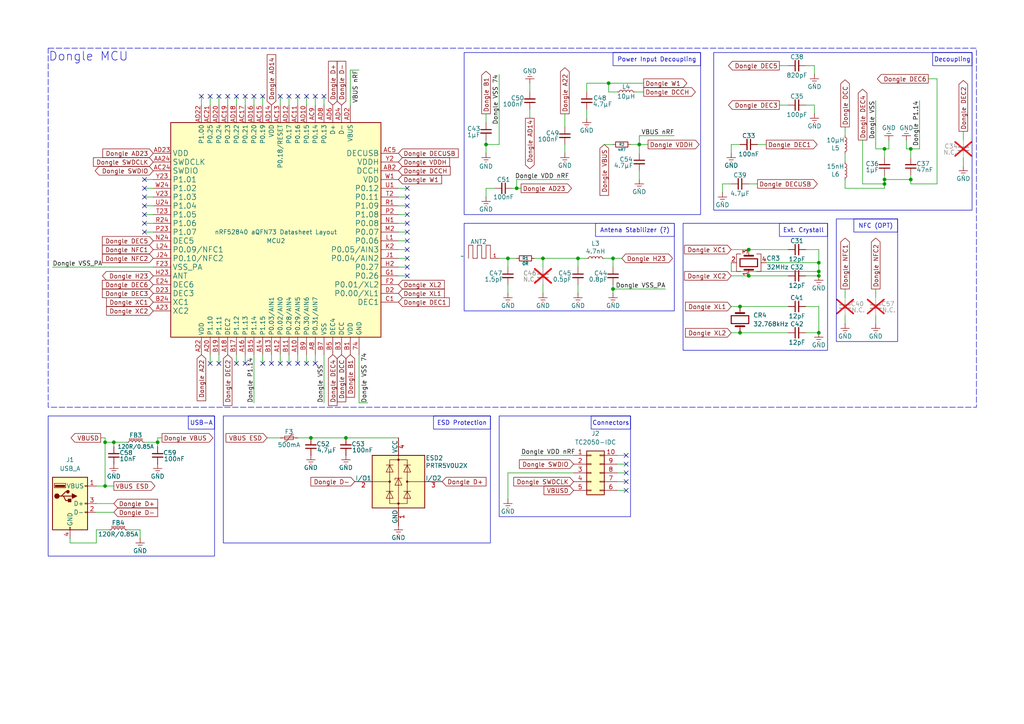
<source format=kicad_sch>
(kicad_sch (version 20231120) (generator "eeschema") (generator_version "8.0")
  (paper "A4")
  (title_block (date "2025-01-06") (rev "v1"))
  (lib_symbols
    (symbol "Connector_Generic:Conn_02x05_Counter_Clockwise" (pin_names (offset 1.016) hide)
      (property "Reference" "J" (at 1.27 7.62 0))
      (property "Value" "Conn_02x05_Counter_Clockwise" (at 1.27 -7.62 0))
      (symbol "Conn_02x05_Counter_Clockwise_1_1"
        (pin passive line (at -5.08 5.08 0) (length 3.81) (name "Pin_1") (number "1"))
        (pin passive line (at 7.62 5.08 180) (length 3.81) (name "Pin_10") (number "10"))
        (pin passive line (at -5.08 2.54 0) (length 3.81) (name "Pin_2") (number "2"))
        (pin passive line (at -5.08 0 0) (length 3.81) (name "Pin_3") (number "3"))
        (pin passive line (at -5.08 -2.54 0) (length 3.81) (name "Pin_4") (number "4"))
        (pin passive line (at -5.08 -5.08 0) (length 3.81) (name "Pin_5") (number "5"))
        (pin passive line (at 7.62 -5.08 180) (length 3.81) (name "Pin_6") (number "6"))
        (pin passive line (at 7.62 -2.54 180) (length 3.81) (name "Pin_7") (number "7"))
        (pin passive line (at 7.62 0 180) (length 3.81) (name "Pin_8") (number "8"))
        (pin passive line (at 7.62 2.54 180) (length 3.81) (name "Pin_9") (number "9"))
      )
    )
    (symbol "Device:C_Small" (pin_numbers hide) (pin_names (offset 0.254) hide)
      (property "Reference" "C" (at 0.254 1.778 0))
      (property "Value" "C_Small" (at 0.254 -2.032 0))
      (symbol "C_Small_1_1"
        (pin passive line (at 0 2.54 270) (length 2.032) (name "~") (number "1"))
        (pin passive line (at 0 -2.54 90) (length 2.032) (name "~") (number "2"))
      )
    )
    (symbol "Device:Crystal" (pin_numbers hide) (pin_names (offset 1.016) hide)
      (property "Reference" "Y" (at 0 3.81 0))
      (property "Value" "Crystal" (at 0 -3.81 0))
      (symbol "Crystal_1_1"
        (pin passive line (at -3.81 0 0) (length 1.27) (name "1") (number "1"))
        (pin passive line (at 3.81 0 180) (length 1.27) (name "2") (number "2"))
      )
    )
    (symbol "Device:Crystal_GND24" (pin_names (offset 1.016) hide)
      (property "Reference" "Y" (at 3.175 5.08 0))
      (property "Value" "Crystal_GND24" (at 3.175 3.175 0))
      (symbol "Crystal_GND24_1_1"
        (pin passive line (at -3.81 0 0) (length 1.27) (name "1") (number "1"))
        (pin passive line (at 0 5.08 270) (length 1.27) (name "2") (number "2"))
        (pin passive line (at 3.81 0 180) (length 1.27) (name "3") (number "3"))
        (pin passive line (at 0 -5.08 90) (length 1.27) (name "4") (number "4"))
      )
    )
    (symbol "Device:L_Ferrite_Small" (pin_numbers hide) (pin_names (offset 0.254) hide)
      (property "Reference" "L" (at 1.27 1.016 0))
      (property "Value" "L_Ferrite_Small" (at 1.27 -1.27 0))
      (symbol "L_Ferrite_Small_1_1"
        (pin passive line (at 0 2.54 270) (length 0.508) (name "~") (number "1"))
        (pin passive line (at 0 -2.54 90) (length 0.508) (name "~") (number "2"))
      )
    )
    (symbol "Device:L_Small" (pin_numbers hide) (pin_names (offset 0.254) hide)
      (property "Reference" "L" (at 0.762 1.016 0))
      (property "Value" "L_Small" (at 0.762 -1.016 0))
      (symbol "L_Small_1_1"
        (pin passive line (at 0 2.54 270) (length 0.508) (name "~") (number "1"))
        (pin passive line (at 0 -2.54 90) (length 0.508) (name "~") (number "2"))
      )
    )
    (symbol "Device:Polyfuse_Small" (pin_numbers hide) (pin_names (offset 0))
      (property "Reference" "F" (at -1.905 0 90))
      (property "Value" "Polyfuse_Small" (at 1.905 0 90))
      (symbol "Polyfuse_Small_1_1"
        (pin passive line (at 0 2.54 270) (length 0.635) (name "~") (number "1"))
        (pin passive line (at 0 -2.54 90) (length 0.635) (name "~") (number "2"))
      )
    )
    (symbol "Device:R_Small" (pin_numbers hide) (pin_names (offset 0.254) hide)
      (property "Reference" "R" (at 0.762 0.508 0))
      (property "Value" "R_Small" (at 0.762 -1.016 0))
      (symbol "R_Small_1_1"
        (pin passive line (at 0 2.54 270) (length 0.762) (name "~") (number "1"))
        (pin passive line (at 0 -2.54 90) (length 0.762) (name "~") (number "2"))
      )
    )
    (symbol "HE_Keyswitch:MIFA"
      (property "Reference" "ANT" (at 0 4.826 0))
      (symbol "MIFA_1_1"
        (pin bidirectional line (at 0 0 0) (length 2.54) (name "") (number "1"))
      )
    )
    (symbol "HE_Keyswitch:USB_A" (pin_names (offset 1.016))
      (property "Reference" "J" (at -5.08 11.43 0))
      (property "Value" "USB_A" (at -5.08 8.89 0))
      (symbol "USB_A_1_1"
        (pin power_in line (at 7.62 5.08 180) (length 2.54) (name "VBUS") (number "1"))
        (pin bidirectional line (at 7.62 -2.54 180) (length 2.54) (name "D-") (number "2"))
        (pin bidirectional line (at 7.62 0 180) (length 2.54) (name "D+") (number "3"))
        (pin power_in line (at 0 -10.16 90) (length 2.54) (name "GND") (number "4"))
      )
    )
    (symbol "HE_Keyswitch:nRF52840 aQFN73 Datasheet Layout"
      (property "Reference" "MCU" (at 0 5.08 0))
      (property "Value" "nRF52840 aQFN73 Datasheet Layout" (at 0 2.54 0))
      (symbol "nRF52840 aQFN73 Datasheet Layout_1_1"
        (pin power_in line (at -24.13 38.1 270) (length 5.08) (name "GND") (number "74"))
        (pin bidirectional line (at -6.35 38.1 270) (length 5.08) (name "P0.29/AIN5") (number "A10"))
        (pin bidirectional line (at -1.27 38.1 270) (length 5.08) (name "P0.02/AIN0") (number "A12"))
        (pin bidirectional line (at 3.81 38.1 270) (length 5.08) (name "P1.15") (number "A14"))
        (pin bidirectional line (at 8.89 38.1 270) (length 5.08) (name "P1.13") (number "A16"))
        (pin passive line (at 13.97 38.1 270) (length 5.08) (name "DEC2") (number "A18"))
        (pin bidirectional line (at 19.05 38.1 270) (length 5.08) (name "P1.10") (number "A20"))
        (pin power_in line (at 21.59 38.1 270) (length 5.08) (name "VDD") (number "A22"))
        (pin output line (at 35.56 25.4 180) (length 5.08) (name "XC2") (number "A23"))
        (pin bidirectional line (at -11.43 38.1 270) (length 5.08) (name "P0.31/AIN7") (number "A8"))
        (pin input line (at 35.56 -17.78 180) (length 5.08) (name "SWDCLK") (number "AA24"))
        (pin power_out line (at -35.56 -15.24 0) (length 5.08) (name "DCCH") (number "AB2"))
        (pin bidirectional line (at -6.35 -34.29 90) (length 5.08) (name "P0.16") (number "AC11"))
        (pin bidirectional line (at -1.27 -34.29 90) (length 5.08) (name "P0.18/RESET") (number "AC13"))
        (pin bidirectional line (at 3.81 -34.29 90) (length 5.08) (name "P0.19") (number "AC15"))
        (pin bidirectional line (at 8.89 -34.29 90) (length 5.08) (name "P0.21") (number "AC17"))
        (pin bidirectional line (at 13.97 -34.29 90) (length 5.08) (name "P0.23") (number "AC19"))
        (pin bidirectional line (at 19.05 -34.29 90) (length 5.08) (name "P0.25") (number "AC21"))
        (pin bidirectional line (at 35.56 -15.24 180) (length 5.08) (name "SWDIO") (number "AC24"))
        (pin passive line (at -35.56 -20.32 0) (length 5.08) (name "DECUSB") (number "AC5"))
        (pin bidirectional line (at -11.43 -34.29 90) (length 5.08) (name "P0.14") (number "AC9"))
        (pin bidirectional line (at -8.89 -34.29 90) (length 5.08) (name "P0.15") (number "AD10"))
        (pin bidirectional line (at -3.81 -34.29 90) (length 5.08) (name "P0.17") (number "AD12"))
        (pin power_in line (at 1.27 -34.29 90) (length 5.08) (name "VDD") (number "AD14"))
        (pin bidirectional line (at 6.35 -34.29 90) (length 5.08) (name "P0.20") (number "AD16"))
        (pin bidirectional line (at 11.43 -34.29 90) (length 5.08) (name "P0.22") (number "AD18"))
        (pin power_in line (at -21.59 -34.29 90) (length 5.08) (name "VBUS") (number "AD2"))
        (pin bidirectional line (at 16.51 -34.29 90) (length 5.08) (name "P0.24") (number "AD20"))
        (pin bidirectional line (at 21.59 -34.29 90) (length 5.08) (name "P1.00") (number "AD22"))
        (pin power_in line (at 35.56 -20.32 180) (length 5.08) (name "VDD") (number "AD23"))
        (pin bidirectional line (at -19.05 -34.29 90) (length 5.08) (name "D-") (number "AD4"))
        (pin bidirectional line (at -16.51 -34.29 90) (length 5.08) (name "D+") (number "AD6"))
        (pin bidirectional line (at -13.97 -34.29 90) (length 5.08) (name "P0.13") (number "AD8"))
        (pin power_in line (at -21.59 38.1 270) (length 5.08) (name "VDD") (number "B1"))
        (pin bidirectional line (at -3.81 38.1 270) (length 5.08) (name "P0.28/AIN4") (number "B11"))
        (pin bidirectional line (at 1.27 38.1 270) (length 5.08) (name "P0.03/AIN1") (number "B13"))
        (pin bidirectional line (at 6.35 38.1 270) (length 5.08) (name "P1.14") (number "B15"))
        (pin bidirectional line (at 11.43 38.1 270) (length 5.08) (name "P1.12") (number "B17"))
        (pin bidirectional line (at 16.51 38.1 270) (length 5.08) (name "P1.11") (number "B19"))
        (pin input line (at 35.56 22.86 180) (length 5.08) (name "XC1") (number "B24"))
        (pin power_out line (at -19.05 38.1 270) (length 5.08) (name "DCC") (number "B3"))
        (pin passive line (at -16.51 38.1 270) (length 5.08) (name "DEC4") (number "B5"))
        (pin power_in line (at -13.97 38.1 270) (length 5.08) (name "VSS") (number "B7"))
        (pin bidirectional line (at -8.89 38.1 270) (length 5.08) (name "P0.30/AIN6") (number "B9"))
        (pin passive line (at -35.56 22.86 0) (length 5.08) (name "DEC1") (number "C1"))
        (pin bidirectional line (at -35.56 20.32 0) (length 5.08) (name "P0.00/XL1") (number "D2"))
        (pin passive line (at 35.56 20.32 180) (length 5.08) (name "DEC3") (number "D23"))
        (pin passive line (at 35.56 17.78 180) (length 5.08) (name "DEC6") (number "E24"))
        (pin bidirectional line (at -35.56 17.78 0) (length 5.08) (name "P0.01/XL2") (number "F2"))
        (pin power_in line (at 35.56 12.7 180) (length 5.08) (name "VSS_PA") (number "F23"))
        (pin bidirectional line (at -35.56 15.24 0) (length 5.08) (name "P0.26") (number "G1"))
        (pin bidirectional line (at -35.56 12.7 0) (length 5.08) (name "P0.27") (number "H2"))
        (pin bidirectional line (at 35.56 15.24 180) (length 5.08) (name "ANT") (number "H23"))
        (pin bidirectional line (at -35.56 10.16 0) (length 5.08) (name "P0.04/AIN2") (number "J1"))
        (pin bidirectional line (at 35.56 10.16 180) (length 5.08) (name "P0.10/NFC2") (number "J24"))
        (pin bidirectional line (at -35.56 7.62 0) (length 5.08) (name "P0.05/AIN3") (number "K2"))
        (pin bidirectional line (at -35.56 5.08 0) (length 5.08) (name "P0.06") (number "L1"))
        (pin bidirectional line (at 35.56 7.62 180) (length 5.08) (name "P0.09/NFC1") (number "L24"))
        (pin bidirectional line (at -35.56 2.54 0) (length 5.08) (name "P0.07") (number "M2"))
        (pin bidirectional line (at -35.56 0 0) (length 5.08) (name "P0.08") (number "N1"))
        (pin passive line (at 35.56 5.08 180) (length 5.08) (name "DEC5") (number "N24"))
        (pin bidirectional line (at -35.56 -2.54 0) (length 5.08) (name "P1.08") (number "P2"))
        (pin bidirectional line (at 35.56 2.54 180) (length 5.08) (name "P1.07") (number "P23"))
        (pin bidirectional line (at -35.56 -5.08 0) (length 5.08) (name "P1.09") (number "R1"))
        (pin bidirectional line (at 35.56 0 180) (length 5.08) (name "P1.06") (number "R24"))
        (pin bidirectional line (at -35.56 -7.62 0) (length 5.08) (name "P0.11") (number "T2"))
        (pin bidirectional line (at 35.56 -2.54 180) (length 5.08) (name "P1.05") (number "T23"))
        (pin bidirectional line (at -35.56 -10.16 0) (length 5.08) (name "P0.12") (number "U1"))
        (pin bidirectional line (at 35.56 -5.08 180) (length 5.08) (name "P1.04") (number "U24"))
        (pin bidirectional line (at 35.56 -7.62 180) (length 5.08) (name "P1.03") (number "V23"))
        (pin power_in line (at -35.56 -12.7 0) (length 5.08) (name "VDD") (number "W1"))
        (pin bidirectional line (at 35.56 -10.16 180) (length 5.08) (name "P1.02") (number "W24"))
        (pin power_in line (at -35.56 -17.78 0) (length 5.08) (name "VDDH") (number "Y2"))
        (pin bidirectional line (at 35.56 -12.7 180) (length 5.08) (name "P1.01") (number "Y23"))
      )
    )
    (symbol "Power_Protection:PRTR5V0U2X" (pin_names (offset 0))
      (property "Reference" "D" (at 2.794 8.636 0))
      (property "Value" "PRTR5V0U2X" (at 8.128 -9.398 0))
      (symbol "PRTR5V0U2X_1_1"
        (pin passive line (at 0 -12.7 90) (length 5.08) (name "GND") (number "1"))
        (pin passive line (at -12.7 0 0) (length 5.08) (name "I/O1") (number "2"))
        (pin passive line (at 12.7 0 180) (length 5.08) (name "I/O2") (number "3"))
        (pin passive line (at 0 12.7 270) (length 5.08) (name "VCC") (number "4"))
      )
    )
    (symbol "power:Earth" (power) (pin_numbers hide) (pin_names (offset 0) hide)
      (property "Value" "Earth" (at 0 -3.81 0))
      (symbol "Earth_1_1"
        (pin power_in line (at 0 0 270) (length 0) (name "~") (number "1"))
      )
    )
  )
  (junction (at 256.54 52.07))
  (junction (at 256.54 53.34))
  (junction (at 214.63 96.52))
  (junction (at 237.49 80.01))
  (junction (at 140.97 41.91))
  (junction (at 157.48 74.93))
  (junction (at 237.49 76.2))
  (junction (at 256.54 43.18))
  (junction (at 167.64 74.93))
  (junction (at 264.16 43.18))
  (junction (at 217.17 80.01))
  (junction (at 149.86 54.61))
  (junction (at 30.48 128.27))
  (junction (at 177.8 83.82))
  (junction (at 237.49 96.52))
  (junction (at 30.48 140.97))
  (junction (at 90.17 127))
  (junction (at 214.63 88.9))
  (junction (at 45.72 128.27))
  (junction (at 147.32 74.93))
  (junction (at 177.8 74.93))
  (junction (at 176.53 24.13))
  (junction (at 237.49 78.74))
  (junction (at 217.17 72.39))
  (junction (at 100.33 127))
  (junction (at 33.02 128.27))
  (junction (at 185.42 41.91))
  (junction (at 264.16 52.07))
  (no_connect (at 181.61 137.16))
  (no_connect (at 118.11 57.15))
  (no_connect (at 63.5 27.94))
  (no_connect (at 68.58 105.41))
  (no_connect (at 118.11 64.77))
  (no_connect (at 181.61 139.7))
  (no_connect (at 181.61 142.24))
  (no_connect (at 58.42 27.94))
  (no_connect (at 118.11 77.47))
  (no_connect (at 78.74 105.41))
  (no_connect (at 81.28 105.41))
  (no_connect (at 71.12 105.41))
  (no_connect (at 41.91 64.77))
  (no_connect (at 118.11 74.93))
  (no_connect (at 118.11 54.61))
  (no_connect (at 181.61 132.08))
  (no_connect (at 68.58 27.94))
  (no_connect (at 60.96 105.41))
  (no_connect (at 41.91 57.15))
  (no_connect (at 81.28 27.94))
  (no_connect (at 118.11 59.69))
  (no_connect (at 76.2 105.41))
  (no_connect (at 118.11 80.01))
  (no_connect (at 86.36 105.41))
  (no_connect (at 118.11 67.31))
  (no_connect (at 71.12 27.94))
  (no_connect (at 86.36 27.94))
  (no_connect (at 118.11 62.23))
  (no_connect (at 83.82 105.41))
  (no_connect (at 76.2 27.94))
  (no_connect (at 66.04 27.94))
  (no_connect (at 181.61 134.62))
  (no_connect (at 73.66 27.94))
  (no_connect (at 41.91 52.07))
  (no_connect (at 88.9 105.41))
  (no_connect (at 88.9 27.94))
  (no_connect (at 118.11 69.85))
  (no_connect (at 60.96 27.94))
  (no_connect (at 41.91 67.31))
  (no_connect (at 41.91 62.23))
  (no_connect (at 41.91 54.61))
  (no_connect (at 91.44 105.41))
  (no_connect (at 93.98 27.94))
  (no_connect (at 91.44 27.94))
  (no_connect (at 83.82 27.94))
  (no_connect (at 63.5 105.41))
  (no_connect (at 41.91 59.69))
  (no_connect (at 118.11 72.39))
  (wire (pts (xy 170.18 24.13) (xy 170.18 26.67)))
  (wire (pts (xy 212.09 44.45) (xy 212.09 41.91)))
  (wire (pts (xy 264.16 53.34) (xy 264.16 52.07)))
  (wire (pts (xy 71.12 27.94) (xy 71.12 30.48)))
  (wire (pts (xy 45.72 127) (xy 45.72 128.27)))
  (wire (pts (xy 167.64 85.09) (xy 167.64 82.55)))
  (wire (pts (xy 182.88 41.91) (xy 185.42 41.91)))
  (wire (pts (xy 185.42 41.91) (xy 187.96 41.91)))
  (wire (pts (xy 245.11 39.37) (xy 245.11 36.83)))
  (wire (pts (xy 66.04 27.94) (xy 66.04 30.48)))
  (wire (pts (xy 233.68 88.9) (xy 237.49 88.9)))
  (wire (pts (xy 177.8 82.55) (xy 177.8 83.82)))
  (wire (pts (xy 30.48 128.27) (xy 30.48 140.97)))
  (wire (pts (xy 118.11 67.31) (xy 115.57 67.31)))
  (wire (pts (xy 264.16 52.07) (xy 256.54 52.07)))
  (wire (pts (xy 81.28 27.94) (xy 81.28 30.48)))
  (wire (pts (xy 86.36 27.94) (xy 86.36 30.48)))
  (wire (pts (xy 181.61 142.24) (xy 179.07 142.24)))
  (wire (pts (xy 140.97 57.15) (xy 140.97 54.61)))
  (wire (pts (xy 167.64 74.93) (xy 170.18 74.93)))
  (wire (pts (xy 41.91 52.07) (xy 44.45 52.07)))
  (wire (pts (xy 147.32 137.16) (xy 147.32 144.78)))
  (wire (pts (xy 271.78 53.34) (xy 264.16 53.34)))
  (wire (pts (xy 254 29.21) (xy 254 43.18)))
  (wire (pts (xy 233.68 72.39) (xy 237.49 72.39)))
  (wire (pts (xy 177.8 77.47) (xy 177.8 74.93)))
  (wire (pts (xy 149.86 74.93) (xy 147.32 74.93)))
  (wire (pts (xy 63.5 105.41) (xy 63.5 102.87)))
  (wire (pts (xy 176.53 26.67) (xy 176.53 24.13)))
  (wire (pts (xy 256.54 53.34) (xy 256.54 54.61)))
  (wire (pts (xy 245.11 46.99) (xy 245.11 44.45)))
  (wire (pts (xy 193.04 83.82) (xy 177.8 83.82)))
  (wire (pts (xy 257.81 43.18) (xy 256.54 43.18)))
  (wire (pts (xy 163.83 44.45) (xy 163.83 41.91)))
  (wire (pts (xy 58.42 27.94) (xy 58.42 30.48)))
  (wire (pts (xy 151.13 54.61) (xy 149.86 54.61)))
  (wire (pts (xy 118.11 80.01) (xy 115.57 80.01)))
  (wire (pts (xy 266.7 29.21) (xy 266.7 43.18)))
  (wire (pts (xy 195.58 39.37) (xy 185.42 39.37)))
  (wire (pts (xy 167.64 77.47) (xy 167.64 74.93)))
  (wire (pts (xy 118.11 74.93) (xy 115.57 74.93)))
  (wire (pts (xy 245.11 83.82) (xy 245.11 86.36)))
  (wire (pts (xy 88.9 27.94) (xy 88.9 30.48)))
  (wire (pts (xy 157.48 74.93) (xy 154.94 74.93)))
  (wire (pts (xy 140.97 40.64) (xy 140.97 41.91)))
  (wire (pts (xy 250.19 53.34) (xy 256.54 53.34)))
  (wire (pts (xy 264.16 43.18) (xy 264.16 45.72)))
  (wire (pts (xy 41.91 54.61) (xy 44.45 54.61)))
  (wire (pts (xy 68.58 105.41) (xy 68.58 102.87)))
  (wire (pts (xy 233.68 96.52) (xy 237.49 96.52)))
  (wire (pts (xy 245.11 54.61) (xy 245.11 52.07)))
  (wire (pts (xy 40.64 153.67) (xy 36.83 153.67)))
  (wire (pts (xy 177.8 83.82) (xy 177.8 85.09)))
  (wire (pts (xy 27.94 148.59) (xy 33.02 148.59)))
  (wire (pts (xy 175.26 41.91) (xy 177.8 41.91)))
  (wire (pts (xy 177.8 74.93) (xy 175.26 74.93)))
  (wire (pts (xy 60.96 105.41) (xy 60.96 102.87)))
  (wire (pts (xy 262.89 43.18) (xy 264.16 43.18)))
  (wire (pts (xy 222.25 41.91) (xy 219.71 41.91)))
  (wire (pts (xy 101.6 30.48) (xy 101.6 20.32)))
  (wire (pts (xy 27.94 153.67) (xy 27.94 157.48)))
  (wire (pts (xy 237.49 88.9) (xy 237.49 96.52)))
  (wire (pts (xy 256.54 54.61) (xy 245.11 54.61)))
  (wire (pts (xy 217.17 72.39) (xy 228.6 72.39)))
  (wire (pts (xy 214.63 96.52) (xy 228.6 96.52)))
  (wire (pts (xy 63.5 27.94) (xy 63.5 30.48)))
  (wire (pts (xy 222.25 76.2) (xy 237.49 76.2)))
  (wire (pts (xy 144.78 41.91) (xy 140.97 41.91)))
  (wire (pts (xy 254 83.82) (xy 254 86.36)))
  (wire (pts (xy 212.09 41.91) (xy 214.63 41.91)))
  (wire (pts (xy 212.09 76.2) (xy 212.09 78.74)))
  (wire (pts (xy 237.49 78.74) (xy 237.49 80.01)))
  (wire (pts (xy 153.67 24.13) (xy 153.67 26.67)))
  (wire (pts (xy 104.14 116.84) (xy 104.14 102.87)))
  (wire (pts (xy 41.91 67.31) (xy 44.45 67.31)))
  (wire (pts (xy 181.61 134.62) (xy 179.07 134.62)))
  (wire (pts (xy 165.1 52.07) (xy 149.86 52.07)))
  (wire (pts (xy 93.98 102.87) (xy 93.98 116.84)))
  (wire (pts (xy 170.18 24.13) (xy 176.53 24.13)))
  (wire (pts (xy 185.42 52.07) (xy 185.42 49.53)))
  (wire (pts (xy 118.11 69.85) (xy 115.57 69.85)))
  (wire (pts (xy 181.61 139.7) (xy 179.07 139.7)))
  (wire (pts (xy 279.4 48.26) (xy 279.4 45.72)))
  (wire (pts (xy 91.44 27.94) (xy 91.44 30.48)))
  (wire (pts (xy 212.09 72.39) (xy 217.17 72.39)))
  (wire (pts (xy 100.33 127) (xy 115.57 127)))
  (wire (pts (xy 40.64 156.21) (xy 40.64 153.67)))
  (wire (pts (xy 184.15 26.67) (xy 186.69 26.67)))
  (wire (pts (xy 166.37 137.16) (xy 147.32 137.16)))
  (wire (pts (xy 212.09 88.9) (xy 214.63 88.9)))
  (wire (pts (xy 149.86 52.07) (xy 149.86 54.61)))
  (wire (pts (xy 163.83 33.02) (xy 163.83 36.83)))
  (wire (pts (xy 147.32 77.47) (xy 147.32 74.93)))
  (wire (pts (xy 245.11 93.98) (xy 245.11 91.44)))
  (wire (pts (xy 27.94 157.48) (xy 20.32 157.48)))
  (wire (pts (xy 219.71 53.34) (xy 217.17 53.34)))
  (wire (pts (xy 140.97 54.61) (xy 143.51 54.61)))
  (wire (pts (xy 254 93.98) (xy 254 91.44)))
  (wire (pts (xy 77.47 127) (xy 81.28 127)))
  (wire (pts (xy 147.32 74.93) (xy 144.78 74.93)))
  (wire (pts (xy 118.11 77.47) (xy 115.57 77.47)))
  (wire (pts (xy 212.09 96.52) (xy 214.63 96.52)))
  (wire (pts (xy 118.11 64.77) (xy 115.57 64.77)))
  (wire (pts (xy 226.06 30.48) (xy 228.6 30.48)))
  (wire (pts (xy 212.09 78.74) (xy 237.49 78.74)))
  (wire (pts (xy 144.78 21.59) (xy 144.78 41.91)))
  (wire (pts (xy 151.13 132.08) (xy 166.37 132.08)))
  (wire (pts (xy 101.6 20.32) (xy 104.14 20.32)))
  (wire (pts (xy 41.91 57.15) (xy 44.45 57.15)))
  (wire (pts (xy 86.36 105.41) (xy 86.36 102.87)))
  (wire (pts (xy 118.11 72.39) (xy 115.57 72.39)))
  (wire (pts (xy 179.07 26.67) (xy 176.53 26.67)))
  (wire (pts (xy 271.78 22.86) (xy 269.24 22.86)))
  (wire (pts (xy 170.18 34.29) (xy 170.18 31.75)))
  (wire (pts (xy 149.86 54.61) (xy 148.59 54.61)))
  (wire (pts (xy 209.55 53.34) (xy 212.09 53.34)))
  (wire (pts (xy 41.91 62.23) (xy 44.45 62.23)))
  (wire (pts (xy 266.7 43.18) (xy 264.16 43.18)))
  (wire (pts (xy 236.22 30.48) (xy 233.68 30.48)))
  (wire (pts (xy 91.44 105.41) (xy 91.44 102.87)))
  (wire (pts (xy 29.21 127) (xy 30.48 127)))
  (wire (pts (xy 140.97 41.91) (xy 140.97 44.45)))
  (wire (pts (xy 254 43.18) (xy 256.54 43.18)))
  (wire (pts (xy 78.74 105.41) (xy 78.74 102.87)))
  (wire (pts (xy 30.48 127) (xy 30.48 128.27)))
  (wire (pts (xy 233.68 80.01) (xy 237.49 80.01)))
  (wire (pts (xy 279.4 38.1) (xy 279.4 40.64)))
  (wire (pts (xy 41.91 64.77) (xy 44.45 64.77)))
  (wire (pts (xy 256.54 45.72) (xy 256.54 43.18)))
  (wire (pts (xy 185.42 44.45) (xy 185.42 41.91)))
  (wire (pts (xy 81.28 105.41) (xy 81.28 102.87)))
  (wire (pts (xy 217.17 80.01) (xy 228.6 80.01)))
  (wire (pts (xy 118.11 62.23) (xy 115.57 62.23)))
  (wire (pts (xy 236.22 19.05) (xy 233.68 19.05)))
  (wire (pts (xy 30.48 140.97) (xy 33.02 140.97)))
  (wire (pts (xy 236.22 21.59) (xy 236.22 19.05)))
  (wire (pts (xy 27.94 140.97) (xy 30.48 140.97)))
  (wire (pts (xy 153.67 31.75) (xy 153.67 34.29)))
  (wire (pts (xy 20.32 156.21) (xy 20.32 157.48)))
  (wire (pts (xy 46.99 127) (xy 45.72 127)))
  (wire (pts (xy 88.9 105.41) (xy 88.9 102.87)))
  (wire (pts (xy 83.82 27.94) (xy 83.82 30.48)))
  (wire (pts (xy 226.06 19.05) (xy 228.6 19.05)))
  (wire (pts (xy 214.63 88.9) (xy 228.6 88.9)))
  (wire (pts (xy 27.94 146.05) (xy 33.02 146.05)))
  (wire (pts (xy 33.02 128.27) (xy 30.48 128.27)))
  (wire (pts (xy 90.17 127) (xy 100.33 127)))
  (wire (pts (xy 236.22 33.02) (xy 236.22 30.48)))
  (wire (pts (xy 250.19 53.34) (xy 250.19 40.64)))
  (wire (pts (xy 181.61 132.08) (xy 179.07 132.08)))
  (wire (pts (xy 73.66 102.87) (xy 73.66 116.84)))
  (wire (pts (xy 76.2 105.41) (xy 76.2 102.87)))
  (wire (pts (xy 118.11 59.69) (xy 115.57 59.69)))
  (wire (pts (xy 181.61 137.16) (xy 179.07 137.16)))
  (wire (pts (xy 15.24 77.47) (xy 44.45 77.47)))
  (wire (pts (xy 237.49 72.39) (xy 237.49 76.2)))
  (wire (pts (xy 118.11 54.61) (xy 115.57 54.61)))
  (wire (pts (xy 212.09 80.01) (xy 217.17 80.01)))
  (wire (pts (xy 68.58 27.94) (xy 68.58 30.48)))
  (wire (pts (xy 185.42 39.37) (xy 185.42 41.91)))
  (wire (pts (xy 157.48 85.09) (xy 157.48 82.55)))
  (wire (pts (xy 93.98 27.94) (xy 93.98 30.48)))
  (wire (pts (xy 140.97 33.02) (xy 140.97 35.56)))
  (wire (pts (xy 76.2 27.94) (xy 76.2 30.48)))
  (wire (pts (xy 262.89 40.64) (xy 262.89 43.18)))
  (wire (pts (xy 41.91 59.69) (xy 44.45 59.69)))
  (wire (pts (xy 264.16 50.8) (xy 264.16 52.07)))
  (wire (pts (xy 180.34 74.93) (xy 177.8 74.93)))
  (wire (pts (xy 257.81 40.64) (xy 257.81 43.18)))
  (wire (pts (xy 45.72 128.27) (xy 41.91 128.27)))
  (wire (pts (xy 73.66 27.94) (xy 73.66 30.48)))
  (wire (pts (xy 60.96 27.94) (xy 60.96 30.48)))
  (wire (pts (xy 45.72 128.27) (xy 45.72 129.54)))
  (wire (pts (xy 86.36 127) (xy 90.17 127)))
  (wire (pts (xy 27.94 153.67) (xy 31.75 153.67)))
  (wire (pts (xy 33.02 128.27) (xy 33.02 129.54)))
  (wire (pts (xy 106.68 116.84) (xy 104.14 116.84)))
  (wire (pts (xy 36.83 128.27) (xy 33.02 128.27)))
  (wire (pts (xy 271.78 22.86) (xy 271.78 53.34)))
  (wire (pts (xy 118.11 57.15) (xy 115.57 57.15)))
  (wire (pts (xy 167.64 74.93) (xy 157.48 74.93)))
  (wire (pts (xy 209.55 55.88) (xy 209.55 53.34)))
  (wire (pts (xy 71.12 105.41) (xy 71.12 102.87)))
  (wire (pts (xy 83.82 105.41) (xy 83.82 102.87)))
  (wire (pts (xy 256.54 53.34) (xy 256.54 52.07)))
  (wire (pts (xy 147.32 85.09) (xy 147.32 82.55)))
  (wire (pts (xy 237.49 76.2) (xy 237.49 78.74)))
  (wire (pts (xy 256.54 52.07) (xy 256.54 50.8)))
  (wire (pts (xy 157.48 77.47) (xy 157.48 74.93)))
  (wire (pts (xy 186.69 24.13) (xy 176.53 24.13)))
  (rectangle (start 281.94 15.24) (end 207.01 60.96))
  (rectangle (start 144.78 120.65) (end 182.88 149.86))
  (rectangle (start 134.62 64.77) (end 195.58 90.17))
  (rectangle (start 13.97 13.97) (end 283.21 118.11) (stroke (width 0) (type dash)))
  (rectangle (start 13.97 120.65) (end 62.23 161.29))
  (rectangle (start 134.62 15.24) (end 203.2 62.23))
  (rectangle (start 242.57 63.5) (end 260.35 99.06))
  (rectangle (start 198.12 64.77) (end 240.03 101.6))
  (rectangle (start 64.77 120.65) (end 142.24 157.48))
  (text_box "USB-A" (at 54.61 120.65 0) (size 7.62 3.81) (effects (font (size 1.27 1.27))))
  (text_box "Decoupling" (at 270.51 15.24 0) (size 11.43 3.81) (effects (font (size 1.27 1.27))))
  (text_box "NFC (OPT)" (at 247.65 63.5 0) (size 12.7 3.81) (effects (font (size 1.27 1.27))))
  (text_box "Antena Stabilizer (?)" (at 172.72 64.77 0) (size 22.86 3.81) (effects (font (size 1.27 1.27))))
  (text_box "Ext. Crystall" (at 226.06 64.77 0) (size 13.97 3.81) (effects (font (size 1.27 1.27))))
  (text_box "Power Input Decoupling" (at 177.8 15.24 0) (size 25.4 3.81) (effects (font (size 1.27 1.27))))
  (text_box "ESD Protection" (at 125.73 120.65 0) (size 16.51 3.81) (effects (font (size 1.27 1.27))))
  (text_box "Connectors" (at 171.45 120.65 0) (size 11.43 3.81) (effects (font (size 1.27 1.27))))
  (text "Dongle MCU" (at 25.654 16.51 0) (effects (font (size 2.54 2.54))))
  (label "VBUS nRF" (at 104.14 20.32 270))
  (label "VBUS nRF" (at 195.58 39.37 180))
  (label "Dongle VSS" (at 254 29.21 270))
  (label "Dongle VDD nRF" (at 165.1 52.07 180))
  (label "Dongle VSS" (at 93.98 116.84 90))
  (label "Dongle VSS 74" (at 144.78 21.59 270))
  (label "Dongle P1.14" (at 73.66 116.84 90))
  (label "Dongle VSS_PA" (at 15.24 77.47 0))
  (label "Dongle VSS 74" (at 106.68 116.84 90))
  (label "Dongle VSS_PA" (at 193.04 83.82 180))
  (label "Dongle P1.14" (at 266.7 29.21 270))
  (label "Dongle VDD nRF" (at 151.13 132.08 0))
  (global_label "Dongle XC1" (shape input) (at 212.09 72.39 180) (property "Intersheetrefs" "${INTERSHEET_REFS}" (effects (hide yes))))
  (global_label "Dongle DEC3" (shape output) (at 226.06 30.48 180) (property "Intersheetrefs" "${INTERSHEET_REFS}" (effects (hide yes))))
  (global_label "Dongle VDDH" (shape output) (at 187.96 41.91 0) (property "Intersheetrefs" "${INTERSHEET_REFS}" (effects (hide yes))))
  (global_label "Dongle XC2" (shape input) (at 212.09 80.01 180) (property "Intersheetrefs" "${INTERSHEET_REFS}" (effects (hide yes))))
  (global_label "Dongle B1" (shape input) (at 101.6 102.87 270) (property "Intersheetrefs" "${INTERSHEET_REFS}" (effects (hide yes))))
  (global_label "Dongle XL1" (shape input) (at 212.09 88.9 180) (property "Intersheetrefs" "${INTERSHEET_REFS}" (effects (hide yes))))
  (global_label "Dongle D-" (shape input) (at 33.02 148.59 0) (property "Intersheetrefs" "${INTERSHEET_REFS}" (effects (hide yes))))
  (global_label "Dongle VBUS" (shape input) (at 175.26 41.91 270) (property "Intersheetrefs" "${INTERSHEET_REFS}" (effects (hide yes))))
  (global_label "Dongle H23" (shape bidirectional) (at 44.45 80.01 180) (property "Intersheetrefs" "${INTERSHEET_REFS}" (effects (hide yes))))
  (global_label "Dongle A22" (shape output) (at 163.83 33.02 90) (property "Intersheetrefs" "${INTERSHEET_REFS}" (effects (hide yes))))
  (global_label "Dongle VBUS" (shape output) (at 46.99 127 0) (property "Intersheetrefs" "${INTERSHEET_REFS}" (effects (hide yes))))
  (global_label "Dongle VDDH" (shape input) (at 115.57 46.99 0) (property "Intersheetrefs" "${INTERSHEET_REFS}" (effects (hide yes))))
  (global_label "VBUS ESD" (shape input) (at 77.47 127 180) (property "Intersheetrefs" "${INTERSHEET_REFS}" (effects (hide yes))))
  (global_label "Dongle H23" (shape bidirectional) (at 180.34 74.93 0) (property "Intersheetrefs" "${INTERSHEET_REFS}" (effects (hide yes))))
  (global_label "Dongle NFC1" (shape input) (at 44.45 72.39 180) (property "Intersheetrefs" "${INTERSHEET_REFS}" (effects (hide yes))))
  (global_label "Dongle NFC2" (shape input) (at 44.45 74.93 180) (property "Intersheetrefs" "${INTERSHEET_REFS}" (effects (hide yes))))
  (global_label "Dongle XL2" (shape input) (at 115.57 82.55 0) (property "Intersheetrefs" "${INTERSHEET_REFS}" (effects (hide yes))))
  (global_label "VBUSD" (shape input) (at 166.37 142.24 180) (property "Intersheetrefs" "${INTERSHEET_REFS}" (effects (hide yes))))
  (global_label "Dongle DEC6" (shape input) (at 44.45 82.55 180) (property "Intersheetrefs" "${INTERSHEET_REFS}" (effects (hide yes))))
  (global_label "Dongle SWDCLK" (shape input) (at 44.45 46.99 180) (property "Intersheetrefs" "${INTERSHEET_REFS}" (effects (hide yes))))
  (global_label "Dongle AD23" (shape output) (at 151.13 54.61 0) (property "Intersheetrefs" "${INTERSHEET_REFS}" (effects (hide yes))))
  (global_label "VBUS ESD" (shape output) (at 33.02 140.97 0) (property "Intersheetrefs" "${INTERSHEET_REFS}" (effects (hide yes))))
  (global_label "Dongle XC1" (shape input) (at 44.45 87.63 180) (property "Intersheetrefs" "${INTERSHEET_REFS}" (effects (hide yes))))
  (global_label "VBUSD" (shape output) (at 29.21 127 180) (property "Intersheetrefs" "${INTERSHEET_REFS}" (effects (hide yes))))
  (global_label "Dongle W1" (shape output) (at 186.69 24.13 0) (property "Intersheetrefs" "${INTERSHEET_REFS}" (effects (hide yes))))
  (global_label "Dongle SWDCLK" (shape input) (at 166.37 139.7 180) (property "Intersheetrefs" "${INTERSHEET_REFS}" (effects (hide yes))))
  (global_label "Dongle NFC1" (shape output) (at 245.11 83.82 90) (property "Intersheetrefs" "${INTERSHEET_REFS}" (effects (hide yes))))
  (global_label "Dongle AD14" (shape output) (at 153.67 34.29 270) (property "Intersheetrefs" "${INTERSHEET_REFS}" (effects (hide yes))))
  (global_label "Dongle DEC1" (shape output) (at 222.25 41.91 0) (property "Intersheetrefs" "${INTERSHEET_REFS}" (effects (hide yes))))
  (global_label "Dongle DECUSB" (shape output) (at 219.71 53.34 0) (property "Intersheetrefs" "${INTERSHEET_REFS}" (effects (hide yes))))
  (global_label "Dongle DEC5" (shape output) (at 226.06 19.05 180) (property "Intersheetrefs" "${INTERSHEET_REFS}" (effects (hide yes))))
  (global_label "Dongle DECUSB" (shape input) (at 115.57 44.45 0) (property "Intersheetrefs" "${INTERSHEET_REFS}" (effects (hide yes))))
  (global_label "Dongle D+" (shape input) (at 96.52 30.48 90) (property "Intersheetrefs" "${INTERSHEET_REFS}" (effects (hide yes))))
  (global_label "Dongle D-" (shape input) (at 102.87 139.7 180) (property "Intersheetrefs" "${INTERSHEET_REFS}" (effects (hide yes))))
  (global_label "Dongle AD14" (shape input) (at 78.74 30.48 90) (property "Intersheetrefs" "${INTERSHEET_REFS}" (effects (hide yes))))
  (global_label "Dongle DEC3" (shape input) (at 44.45 85.09 180) (property "Intersheetrefs" "${INTERSHEET_REFS}" (effects (hide yes))))
  (global_label "Dongle SWDIO" (shape bidirectional) (at 44.45 49.53 180) (property "Intersheetrefs" "${INTERSHEET_REFS}" (effects (hide yes))))
  (global_label "Dongle SWDIO" (shape input) (at 166.37 134.62 180) (property "Intersheetrefs" "${INTERSHEET_REFS}" (effects (hide yes))))
  (global_label "Dongle DEC1" (shape input) (at 115.57 87.63 0) (property "Intersheetrefs" "${INTERSHEET_REFS}" (effects (hide yes))))
  (global_label "Dongle DEC2" (shape input) (at 66.04 102.87 270) (property "Intersheetrefs" "${INTERSHEET_REFS}" (effects (hide yes))))
  (global_label "Dongle XL1" (shape input) (at 115.57 85.09 0) (property "Intersheetrefs" "${INTERSHEET_REFS}" (effects (hide yes))))
  (global_label "Dongle XC2" (shape input) (at 44.45 90.17 180) (property "Intersheetrefs" "${INTERSHEET_REFS}" (effects (hide yes))))
  (global_label "Dongle DCC" (shape output) (at 245.11 36.83 90) (property "Intersheetrefs" "${INTERSHEET_REFS}" (effects (hide yes))))
  (global_label "Dongle DEC5" (shape input) (at 44.45 69.85 180) (property "Intersheetrefs" "${INTERSHEET_REFS}" (effects (hide yes))))
  (global_label "Dongle DCCH" (shape output) (at 186.69 26.67 0) (property "Intersheetrefs" "${INTERSHEET_REFS}" (effects (hide yes))))
  (global_label "Dongle DEC4" (shape output) (at 250.19 40.64 90) (property "Intersheetrefs" "${INTERSHEET_REFS}" (effects (hide yes))))
  (global_label "Dongle A22" (shape input) (at 58.42 102.87 270) (property "Intersheetrefs" "${INTERSHEET_REFS}" (effects (hide yes))))
  (global_label "Dongle D-" (shape input) (at 99.06 30.48 90) (property "Intersheetrefs" "${INTERSHEET_REFS}" (effects (hide yes))))
  (global_label "Dongle DEC2" (shape output) (at 279.4 38.1 90) (property "Intersheetrefs" "${INTERSHEET_REFS}" (effects (hide yes))))
  (global_label "Dongle D+" (shape input) (at 33.02 146.05 0) (property "Intersheetrefs" "${INTERSHEET_REFS}" (effects (hide yes))))
  (global_label "Dongle AD23" (shape input) (at 44.45 44.45 180) (property "Intersheetrefs" "${INTERSHEET_REFS}" (effects (hide yes))))
  (global_label "Dongle DEC6" (shape output) (at 269.24 22.86 180) (property "Intersheetrefs" "${INTERSHEET_REFS}" (effects (hide yes))))
  (global_label "Dongle DCCH" (shape input) (at 115.57 49.53 0) (property "Intersheetrefs" "${INTERSHEET_REFS}" (effects (hide yes))))
  (global_label "Dongle B1" (shape output) (at 140.97 33.02 90) (property "Intersheetrefs" "${INTERSHEET_REFS}" (effects (hide yes))))
  (global_label "Dongle DCC" (shape input) (at 99.06 102.87 270) (property "Intersheetrefs" "${INTERSHEET_REFS}" (effects (hide yes))))
  (global_label "Dongle XL2" (shape input) (at 212.09 96.52 180) (property "Intersheetrefs" "${INTERSHEET_REFS}" (effects (hide yes))))
  (global_label "Dongle DEC4" (shape input) (at 96.52 102.87 270) (property "Intersheetrefs" "${INTERSHEET_REFS}" (effects (hide yes))))
  (global_label "Dongle NFC2" (shape output) (at 254 83.82 90) (property "Intersheetrefs" "${INTERSHEET_REFS}" (effects (hide yes))))
  (global_label "Dongle D+" (shape input) (at 128.27 139.7 0) (property "Intersheetrefs" "${INTERSHEET_REFS}" (effects (hide yes))))
  (global_label "Dongle W1" (shape input) (at 115.57 52.07 0) (property "Intersheetrefs" "${INTERSHEET_REFS}" (effects (hide yes))))
  (symbol (lib_id "power:Earth") (at 163.83 44.45 0) (mirror y) (unit 1)
    (property "Reference" "#PWR0124" (effects (hide yes)))
    (property "Value" "GND" (at 161.798 48.006 0) (effects (justify right)))
    (property "Description" "Power symbol creates a global label with name \"Earth\"" (effects (hide yes)))
  )
  (symbol (lib_id "power:Earth") (at 115.57 152.4 0) (unit 1)
    (property "Reference" "#PWR0133" (effects (hide yes)))
    (property "Value" "GND" (at 117.602 155.956 0) (effects (justify right)))
    (property "Description" "Power symbol creates a global label with name \"Earth\"" (effects (hide yes)))
  )
  (symbol (lib_id "power:Earth") (at 45.72 134.62 0) (unit 1)
    (property "Reference" "#PWR0141" (effects (hide yes)))
    (property "Value" "GND" (at 47.752 138.176 0) (effects (justify right)))
    (property "Description" "Power symbol creates a global label with name \"Earth\"" (effects (hide yes)))
  )
  (symbol (lib_id "power:Earth") (at 185.42 52.07 0) (unit 1)
    (property "Reference" "#PWR0137" (effects (hide yes)))
    (property "Value" "GND" (at 187.452 55.626 0) (effects (justify right)))
    (property "Description" "Power symbol creates a global label with name \"Earth\"" (effects (hide yes)))
  )
  (symbol (lib_id "Device:C_Small") (at 264.16 48.26 180) (unit 1)
    (property "Reference" "C37" (at 267.716 47.498 0))
    (property "Value" "47nF" (at 268.224 49.276 0))
    (property "Footprint" "Capacitor_SMD:C_0201_0603Metric" (effects (hide yes)))
    (property "Description" "Unpolarized capacitor, small symbol" (effects (hide yes)))
  )
  (symbol (lib_id "HE_Keyswitch:USB_A") (at 20.32 146.05 0) (unit 1)
    (property "Reference" "J1" (at 20.32 133.35 0))
    (property "Value" "USB_A" (at 20.32 135.89 0))
    (property "Footprint" "HE_Keyswitch:USB A" (effects (hide yes)))
    (property "Description" "USB Type A connector" (effects (hide yes)))
  )
  (symbol (lib_id "Device:C_Small") (at 146.05 54.61 270) (mirror x) (unit 1)
    (property "Reference" "C51" (at 146.05 52.07 90))
    (property "Value" "100nF" (at 146.05 57.15 90))
    (property "Footprint" "Capacitor_SMD:C_0201_0603Metric" (effects (hide yes)))
    (property "Description" "Unpolarized capacitor, small symbol" (effects (hide yes)))
  )
  (symbol (lib_id "power:Earth") (at 147.32 85.09 0) (mirror y) (unit 1)
    (property "Reference" "#PWR0121" (effects (hide yes)))
    (property "Value" "GND" (at 145.288 88.646 0) (effects (justify right)))
    (property "Description" "Power symbol creates a global label with name \"Earth\"" (effects (hide yes)))
  )
  (symbol (lib_id "Device:C_Small") (at 140.97 38.1 0) (unit 1)
    (property "Reference" "C43" (at 137.414 37.338 0))
    (property "Value" "1µF" (at 137.414 39.116 0))
    (property "Footprint" "ScottoKeebs_Components:Capacitor_0603" (effects (hide yes)))
    (property "Description" "Unpolarized capacitor, small symbol" (effects (hide yes)))
  )
  (symbol (lib_id "Power_Protection:PRTR5V0U2X") (at 115.57 139.7 0) (unit 1)
    (property "Reference" "ESD2" (at 125.984 132.842 0))
    (property "Value" "PRTR5V0U2X" (at 129.54 135.0578 0))
    (property "Footprint" "Package_TO_SOT_SMD:SOT-143" (effects (hide yes)))
    (property "Datasheet" "https://assets.nexperia.com/documents/data-sheet/PRTR5V0U2X.pdf" (effects (hide yes)))
    (property "Description" "Ultra low capacitance double rail-to-rail ESD protection diode, SOT-143" (effects (hide yes)))
    (property "LCSC Part" "C41409257" (effects (hide yes)))
  )
  (symbol (lib_id "Device:C_Small") (at 170.18 29.21 0) (mirror y) (unit 1)
    (property "Reference" "C48" (at 173.99 28.448 0))
    (property "Value" "4.7µF" (at 174.752 30.226 0))
    (property "Footprint" "ScottoKeebs_Components:Capacitor_0603" (effects (hide yes)))
    (property "Description" "Unpolarized capacitor, small symbol" (effects (hide yes)))
  )
  (symbol (lib_id "Device:C_Small") (at 177.8 80.01 0) (mirror y) (unit 1)
    (property "Reference" "C44" (at 174.244 79.248 0))
    (property "Value" "0.8pF" (at 173.482 81.026 0))
    (property "Footprint" "Capacitor_SMD:C_0201_0603Metric" (effects (hide yes)))
    (property "Description" "Unpolarized capacitor, small symbol" (effects (hide yes)))
    (property "NOTES" "1pF can also be used" (effects (hide yes)))
  )
  (symbol (lib_id "Device:Polyfuse_Small") (at 83.82 127 90) (unit 1)
    (property "Reference" "F3" (at 83.82 125.222 90))
    (property "Value" "500mA" (at 83.82 129.032 90))
    (property "Footprint" "Fuse:Fuse_1206_3216Metric" (effects (hide yes)))
    (property "Description" "Resettable fuse, polymeric positive temperature coefficient, small symbol" (effects (hide yes)))
    (property "LCSC Part" "C269112" (effects (hide yes)))
  )
  (symbol (lib_id "power:Earth") (at 257.81 40.64 0) (mirror x) (unit 1)
    (property "Reference" "#PWR0113" (effects (hide yes)))
    (property "Value" "GND" (at 259.842 37.084 0) (effects (justify right)))
    (property "Description" "Power symbol creates a global label with name \"Earth\"" (effects (hide yes)))
  )
  (symbol (lib_id "HE_Keyswitch:MIFA") (at 144.78 74.93 0) (mirror y) (unit 1)
    (property "Reference" "ANT2" (at 141.224 70.104 0) (effects (justify left)))
    (property "Value" "~" (at 134.62 74.295 0) (effects (justify left)))
    (property "Footprint" "HE_Keyswitch:MIFA" (effects (hide yes)))
  )
  (symbol (lib_id "Device:C_Small") (at 90.17 129.54 180) (unit 1)
    (property "Reference" "C52" (at 93.726 128.778 0))
    (property "Value" "4.7µF" (at 94.742 130.556 0))
    (property "Footprint" "ScottoKeebs_Components:Capacitor_0402" (effects (hide yes)))
    (property "Description" "Unpolarized capacitor, small symbol" (effects (hide yes)))
  )
  (symbol (lib_id "Device:L_Ferrite_Small") (at 34.29 153.67 90) (unit 1)
    (property "Reference" "FB4" (at 34.29 151.638 90))
    (property "Value" "120R/0.85A" (at 34.29 154.94 90))
    (property "Footprint" "Inductor_SMD:L_0201_0603Metric" (effects (hide yes)))
    (property "Description" "Inductor with ferrite core, small symbol" (effects (hide yes)))
    (property "LCSC Part" "C2661865" (effects (hide yes)))
  )
  (symbol (lib_id "power:Earth") (at 236.22 21.59 0) (mirror y) (unit 1)
    (property "Reference" "#PWR0115" (effects (hide yes)))
    (property "Value" "GND" (at 234.188 25.146 0) (effects (justify right)))
    (property "Description" "Power symbol creates a global label with name \"Earth\"" (effects (hide yes)))
  )
  (symbol (lib_id "HE_Keyswitch:nRF52840 aQFN73 Datasheet Layout") (at 80.01 64.77 180) (unit 1)
    (property "Reference" "MCU2" (at 80.01 69.85 0))
    (property "Value" "nRF52840 aQFN73 Datasheet Layout" (at 80.01 67.31 0))
    (property "Footprint" "HE_Keyswitch:Nordic_AQFN-73-1EP_7x7mm_P0.5mm_Thermal" (effects (hide yes)))
    (property "Datasheet" "http://infocenter.nordicsemi.com/topic/com.nordic.infocenter.nrf52/dita/nrf52/chips/nrf52840.html" (effects (hide yes)))
    (property "Description" "Multiprotocol BLE/ANT/2.4 GHz/802.15.4 Cortex-M4F SoC, AQFN-73" (effects (hide yes)))
  )
  (symbol (lib_id "Device:L_Small") (at 181.61 26.67 90) (unit 1)
    (property "Reference" "L4" (at 181.61 25.146 90))
    (property "Value" "10µH" (at 181.61 27.94 90))
    (property "Footprint" "Inductor_SMD:L_0603_1608Metric" (effects (hide yes)))
    (property "Description" "Inductor, small symbol" (effects (hide yes)))
    (property "LCSC Part" "C87216" (effects (hide yes)))
  )
  (symbol (lib_id "Device:Crystal_GND24") (at 217.17 76.2 90) (unit 1)
    (property "Reference" "CR3" (at 224.282 74.93 90))
    (property "Value" "32MHz" (at 225.552 77.47 90))
    (property "Footprint" "HE_Keyswitch:Murata_Crystal_SMD_2016-4Pin_2.0x1.6mm" (effects (hide yes)))
    (property "Description" "Four pin crystal, GND on pins 2 and 4" (effects (hide yes)))
    (property "LCSC Part" "C914155" (effects (hide yes)))
  )
  (symbol (lib_id "power:Earth") (at 170.18 34.29 0) (unit 1)
    (property "Reference" "#PWR0123" (effects (hide yes)))
    (property "Value" "GND" (at 172.212 37.846 0) (effects (justify right)))
    (property "Description" "Power symbol creates a global label with name \"Earth\"" (effects (hide yes)))
  )
  (symbol (lib_id "power:Earth") (at 33.02 134.62 0) (unit 1)
    (property "Reference" "#PWR0140" (effects (hide yes)))
    (property "Value" "GND" (at 35.052 138.176 0) (effects (justify right)))
    (property "Description" "Power symbol creates a global label with name \"Earth\"" (effects (hide yes)))
  )
  (symbol (lib_id "power:Earth") (at 100.33 132.08 0) (unit 1)
    (property "Reference" "#PWR0132" (effects (hide yes)))
    (property "Value" "GND" (at 102.362 135.636 0) (effects (justify right)))
    (property "Description" "Power symbol creates a global label with name \"Earth\"" (effects (hide yes)))
  )
  (symbol (lib_id "Device:C_Small") (at 45.72 132.08 180) (unit 1)
    (property "Reference" "C59" (at 49.276 131.318 0))
    (property "Value" "100nF" (at 50.546 133.096 0))
    (property "Footprint" "Capacitor_SMD:C_0201_0603Metric" (effects (hide yes)))
    (property "Description" "Unpolarized capacitor, small symbol" (effects (hide yes)))
  )
  (symbol (lib_id "Device:R_Small") (at 180.34 41.91 90) (unit 1)
    (property "Reference" "R2" (at 180.34 41.91 90) (effects (font (size 0.762 0.762))))
    (property "Value" "4R7" (at 180.34 43.434 90) (effects (font (size 0.762 0.762))))
    (property "Footprint" "Resistor_SMD:R_0201_0603Metric" (effects (hide yes)))
    (property "Description" "Resistor, small symbol" (effects (hide yes)))
  )
  (symbol (lib_id "Connector_Generic:Conn_02x05_Counter_Clockwise") (at 171.45 137.16 0) (unit 1)
    (property "Reference" "J2" (at 172.72 125.73 0))
    (property "Value" "TC2050-IDC" (at 172.72 128.27 0))
    (property "Footprint" "Connector:Tag-Connect_TC2050-IDC-NL_2x05_P1.27mm_Vertical" (effects (hide yes)))
    (property "Description" "Generic connector, double row, 02x05, counter clockwise pin numbering scheme (similar to DIP package numbering), script generated (kicad-library-utils/schlib/autogen/connector/)" (effects (hide yes)))
  )
  (symbol (lib_id "Device:C_Small") (at 231.14 19.05 90) (unit 1)
    (property "Reference" "C38" (at 231.14 16.51 90))
    (property "Value" "820pF" (at 231.14 21.844 90))
    (property "Footprint" "Capacitor_SMD:C_0201_0603Metric" (effects (hide yes)))
    (property "Description" "Unpolarized capacitor, small symbol" (effects (hide yes)))
  )
  (symbol (lib_id "power:Earth") (at 153.67 24.13 0) (mirror x) (unit 1)
    (property "Reference" "#PWR0125" (effects (hide yes)))
    (property "Value" "GND" (at 155.702 20.574 0) (effects (justify right)))
    (property "Description" "Power symbol creates a global label with name \"Earth\"" (effects (hide yes)))
  )
  (symbol (lib_id "power:Earth") (at 140.97 44.45 0) (unit 1)
    (property "Reference" "#PWR0122" (effects (hide yes)))
    (property "Value" "GND" (at 143.002 48.26 0) (effects (justify right)))
    (property "Description" "Power symbol creates a global label with name \"Earth\"" (effects (hide yes)))
  )
  (symbol (lib_id "power:Earth") (at 236.22 33.02 0) (mirror y) (unit 1)
    (property "Reference" "#PWR0112" (effects (hide yes)))
    (property "Value" "GND" (at 234.188 36.576 0) (effects (justify right)))
    (property "Description" "Power symbol creates a global label with name \"Earth\"" (effects (hide yes)))
  )
  (symbol (lib_id "Device:C_Small") (at 167.64 80.01 0) (unit 1)
    (property "Reference" "C45" (at 163.83 79.248 0))
    (property "Value" "0.5pF" (at 163.068 81.026 0))
    (property "Footprint" "Capacitor_SMD:C_0201_0603Metric" (effects (hide yes)))
    (property "Description" "Unpolarized capacitor, small symbol" (effects (hide yes)))
    (property "NOTES" "1pF can also be used" (effects (hide yes)))
    (property "LCSC Part" "C2981049" (effects (hide yes)))
  )
  (symbol (lib_id "power:Earth") (at 140.97 57.15 0) (unit 1)
    (property "Reference" "#PWR0126" (effects (hide yes)))
    (property "Value" "GND" (at 143.002 60.706 0) (effects (justify right)))
    (property "Description" "Power symbol creates a global label with name \"Earth\"" (effects (hide yes)))
  )
  (symbol (lib_id "Device:L_Small") (at 245.11 41.91 0) (unit 1)
    (property "Reference" "L5" (at 242.316 42.926 0))
    (property "Value" "10µH" (at 242.316 40.64 0))
    (property "Footprint" "Inductor_SMD:L_0603_1608Metric" (effects (hide yes)))
    (property "Description" "Inductor, small symbol" (effects (hide yes)))
    (property "LCSC Part" "C87216" (effects (hide yes)))
  )
  (symbol (lib_id "power:Earth") (at 167.64 85.09 0) (mirror y) (unit 1)
    (property "Reference" "#PWR0119" (effects (hide yes)))
    (property "Value" "GND" (at 165.608 88.646 0) (effects (justify right)))
    (property "Description" "Power symbol creates a global label with name \"Earth\"" (effects (hide yes)))
  )
  (symbol (lib_id "power:Earth") (at 237.49 80.01 0) (unit 1)
    (property "Reference" "#PWR0109" (effects (hide yes)))
    (property "Value" "GND" (at 239.522 83.566 0) (effects (justify right)))
    (property "Description" "Power symbol creates a global label with name \"Earth\"" (effects (hide yes)))
  )
  (symbol (lib_id "Device:C_Small") (at 33.02 132.08 180) (unit 1)
    (property "Reference" "C58" (at 36.576 131.318 0))
    (property "Value" "10nF" (at 37.084 133.096 0))
    (property "Footprint" "Capacitor_SMD:C_0201_0603Metric" (effects (hide yes)))
    (property "Description" "Unpolarized capacitor, small symbol" (effects (hide yes)))
  )
  (symbol (lib_id "Device:C_Small") (at 254 88.9 0) (mirror y) (unit 1) (dnp yes)
    (property "Reference" "C57" (at 257.556 88.138 0))
    (property "Value" "N.C." (at 257.81 89.916 0))
    (property "Footprint" "Capacitor_SMD:C_0201_0603Metric" (effects (hide yes)))
    (property "Description" "Unpolarized capacitor, small symbol" (effects (hide yes)))
  )
  (symbol (lib_id "Device:C_Small") (at 217.17 41.91 270) (unit 1)
    (property "Reference" "C33" (at 217.17 39.37 90))
    (property "Value" "100nF" (at 217.17 44.704 90))
    (property "Footprint" "Capacitor_SMD:C_0201_0603Metric" (effects (hide yes)))
    (property "Description" "Unpolarized capacitor, small symbol" (effects (hide yes)))
  )
  (symbol (lib_id "power:Earth") (at 209.55 55.88 0) (unit 1)
    (property "Reference" "#PWR0116" (effects (hide yes)))
    (property "Value" "GND" (at 211.582 59.436 0) (effects (justify right)))
    (property "Description" "Power symbol creates a global label with name \"Earth\"" (effects (hide yes)))
  )
  (symbol (lib_id "Device:L_Small") (at 172.72 74.93 270) (mirror x) (unit 1)
    (property "Reference" "L3" (at 172.72 70.612 90))
    (property "Value" "4.7nH" (at 172.72 72.898 90))
    (property "Footprint" "Inductor_SMD:L_0201_0603Metric" (effects (hide yes)))
    (property "Description" "Inductor, small symbol" (effects (hide yes)))
    (property "LCSC Part" "C86126" (effects (hide yes)))
  )
  (symbol (lib_id "Device:C_Small") (at 245.11 88.9 0) (mirror y) (unit 1) (dnp yes)
    (property "Reference" "C40" (at 248.666 88.138 0))
    (property "Value" "N.C." (at 248.92 89.916 0))
    (property "Footprint" "Capacitor_SMD:C_0201_0603Metric" (effects (hide yes)))
    (property "Description" "Unpolarized capacitor, small symbol" (effects (hide yes)))
  )
  (symbol (lib_id "power:Earth") (at 279.4 48.26 0) (mirror y) (unit 1)
    (property "Reference" "#PWR0111" (effects (hide yes)))
    (property "Value" "GND" (at 277.368 51.816 0) (effects (justify right)))
    (property "Description" "Power symbol creates a global label with name \"Earth\"" (effects (hide yes)))
  )
  (symbol (lib_id "power:Earth") (at 90.17 132.08 0) (unit 1)
    (property "Reference" "#PWR0131" (effects (hide yes)))
    (property "Value" "GND" (at 92.202 135.636 0) (effects (justify right)))
    (property "Description" "Power symbol creates a global label with name \"Earth\"" (effects (hide yes)))
  )
  (symbol (lib_id "Device:C_Small") (at 157.48 80.01 0) (unit 1) (dnp yes)
    (property "Reference" "C46" (at 153.67 79.248 0))
    (property "Value" "N.C." (at 153.67 81.026 0))
    (property "Footprint" "Capacitor_SMD:C_0201_0603Metric" (effects (hide yes)))
    (property "Description" "Unpolarized capacitor, small symbol" (effects (hide yes)))
  )
  (symbol (lib_id "power:Earth") (at 147.32 144.78 0) (unit 1)
    (property "Reference" "#PWR0136" (effects (hide yes)))
    (property "Value" "GND" (at 149.352 148.336 0) (effects (justify right)))
    (property "Description" "Power symbol creates a global label with name \"Earth\"" (effects (hide yes)))
  )
  (symbol (lib_id "Device:L_Ferrite_Small") (at 39.37 128.27 90) (unit 1)
    (property "Reference" "FB3" (at 39.37 126.238 90))
    (property "Value" "120R/0.85A" (at 39.37 129.54 90) (effects (font (size 1.142 1.142))))
    (property "Footprint" "Inductor_SMD:L_0201_0603Metric" (effects (hide yes)))
    (property "Description" "Inductor with ferrite core, small symbol" (effects (hide yes)))
    (property "LCSC Part" "C2661865" (effects (hide yes)))
  )
  (symbol (lib_id "power:Earth") (at 237.49 96.52 0) (unit 1)
    (property "Reference" "#PWR0118" (effects (hide yes)))
    (property "Value" "GND" (at 239.522 100.076 0) (effects (justify right)))
    (property "Description" "Power symbol creates a global label with name \"Earth\"" (effects (hide yes)))
  )
  (symbol (lib_id "Device:L_Small") (at 245.11 49.53 0) (unit 1)
    (property "Reference" "L6" (at 242.316 50.546 0))
    (property "Value" "15nH" (at 242.316 48.26 0))
    (property "Footprint" "Inductor_SMD:L_0402_1005Metric" (effects (hide yes)))
    (property "Description" "Inductor, small symbol" (effects (hide yes)))
    (property "LCSC Part" "C87189" (effects (hide yes)))
  )
  (symbol (lib_id "power:Earth") (at 40.64 156.21 0) (unit 1)
    (property "Reference" "#PWR0143" (effects (hide yes)))
    (property "Value" "GND" (at 42.672 159.766 0) (effects (justify right)))
    (property "Description" "Power symbol creates a global label with name \"Earth\"" (effects (hide yes)))
  )
  (symbol (lib_id "Device:C_Small") (at 214.63 53.34 270) (mirror x) (unit 1)
    (property "Reference" "C39" (at 214.63 50.8 90))
    (property "Value" "4.7µF" (at 214.63 56.134 90))
    (property "Footprint" "ScottoKeebs_Components:Capacitor_0603" (effects (hide yes)))
    (property "Description" "Unpolarized capacitor, small symbol" (effects (hide yes)))
  )
  (symbol (lib_id "Device:Crystal") (at 214.63 92.71 90) (unit 1)
    (property "Reference" "CR4" (at 218.44 91.4399 90) (effects (justify right)))
    (property "Value" "32.768kHz" (at 218.44 93.9799 90) (effects (justify right)))
    (property "Footprint" "Crystal:Crystal_SMD_2012-2Pin_2.0x1.2mm" (effects (hide yes)))
    (property "Description" "Two pin crystal" (effects (hide yes)))
    (property "LCSC Part" "C97603" (effects (hide yes)))
  )
  (symbol (lib_id "Device:C_Small") (at 153.67 29.21 180) (unit 1)
    (property "Reference" "C50" (at 150.114 28.448 0))
    (property "Value" "100nF" (at 148.844 30.226 0))
    (property "Footprint" "Capacitor_SMD:C_0201_0603Metric" (effects (hide yes)))
    (property "Description" "Unpolarized capacitor, small symbol" (effects (hide yes)))
  )
  (symbol (lib_id "Device:C_Small") (at 231.14 72.39 90) (mirror x) (unit 1)
    (property "Reference" "C31" (at 231.14 69.85 90))
    (property "Value" "12pF" (at 231.14 75.184 90))
    (property "Footprint" "Capacitor_SMD:C_0201_0603Metric" (effects (hide yes)))
    (property "Description" "Unpolarized capacitor, small symbol" (effects (hide yes)))
  )
  (symbol (lib_id "Device:R_Small") (at 152.4 74.93 270) (mirror x) (unit 1)
    (property "Reference" "R1" (at 152.4 74.93 90) (effects (font (size 0.889 0.889))))
    (property "Value" "0R" (at 152.4 76.454 90) (effects (font (size 0.889 0.889))))
    (property "Footprint" "Resistor_SMD:R_0201_0603Metric" (effects (hide yes)))
    (property "Description" "Resistor, small symbol" (effects (hide yes)))
  )
  (symbol (lib_id "power:Earth") (at 262.89 40.64 0) (mirror x) (unit 1)
    (property "Reference" "#PWR0114" (effects (hide yes)))
    (property "Value" "GND" (at 264.922 37.084 0) (effects (justify right)))
    (property "Description" "Power symbol creates a global label with name \"Earth\"" (effects (hide yes)))
  )
  (symbol (lib_id "power:Earth") (at 212.09 44.45 0) (mirror y) (unit 1)
    (property "Reference" "#PWR0110" (effects (hide yes)))
    (property "Value" "GND" (at 210.058 48.006 0) (effects (justify right)))
    (property "Description" "Power symbol creates a global label with name \"Earth\"" (effects (hide yes)))
  )
  (symbol (lib_id "power:Earth") (at 254 93.98 0) (unit 1)
    (property "Reference" "#PWR0139" (effects (hide yes)))
    (property "Value" "GND" (at 256.032 97.536 0) (effects (justify right)))
    (property "Description" "Power symbol creates a global label with name \"Earth\"" (effects (hide yes)))
  )
  (symbol (lib_id "Device:C_Small") (at 231.14 80.01 90) (mirror x) (unit 1)
    (property "Reference" "C32" (at 231.14 77.47 90))
    (property "Value" "12pF" (at 231.14 82.804 90))
    (property "Footprint" "Capacitor_SMD:C_0201_0603Metric" (effects (hide yes)))
    (property "Description" "Unpolarized capacitor, small symbol" (effects (hide yes)))
  )
  (symbol (lib_id "Device:C_Small") (at 185.42 46.99 0) (unit 1)
    (property "Reference" "C54" (at 181.61 46.228 0))
    (property "Value" "4.7µF" (at 180.848 48.006 0))
    (property "Footprint" "ScottoKeebs_Components:Capacitor_0402" (effects (hide yes)))
    (property "Description" "Unpolarized capacitor, small symbol" (effects (hide yes)))
  )
  (symbol (lib_id "Device:C_Small") (at 163.83 39.37 0) (unit 1)
    (property "Reference" "C49" (at 160.274 38.608 0))
    (property "Value" "100nF" (at 159.004 40.386 0))
    (property "Footprint" "Capacitor_SMD:C_0201_0603Metric" (effects (hide yes)))
    (property "Description" "Unpolarized capacitor, small symbol" (effects (hide yes)))
  )
  (symbol (lib_id "power:Earth") (at 245.11 93.98 0) (unit 1)
    (property "Reference" "#PWR0138" (effects (hide yes)))
    (property "Value" "GND" (at 247.142 97.536 0) (effects (justify right)))
    (property "Description" "Power symbol creates a global label with name \"Earth\"" (effects (hide yes)))
  )
  (symbol (lib_id "Device:C_Small") (at 231.14 30.48 90) (unit 1)
    (property "Reference" "C35" (at 231.14 27.94 90))
    (property "Value" "100pF" (at 231.14 33.274 90))
    (property "Footprint" "Capacitor_SMD:C_0201_0603Metric" (effects (hide yes)))
    (property "Description" "Unpolarized capacitor, small symbol" (effects (hide yes)))
    (property "LCSC Part" "C710791" (effects (hide yes)))
  )
  (symbol (lib_id "Device:C_Small") (at 256.54 48.26 0) (mirror x) (unit 1)
    (property "Reference" "C36" (at 252.984 47.498 0))
    (property "Value" "1µF" (at 252.984 49.276 0))
    (property "Footprint" "ScottoKeebs_Components:Capacitor_0603" (effects (hide yes)))
    (property "Description" "Unpolarized capacitor, small symbol" (effects (hide yes)))
  )
  (symbol (lib_id "Device:C_Small") (at 231.14 88.9 90) (mirror x) (unit 1)
    (property "Reference" "C41" (at 231.14 86.36 90))
    (property "Value" "12pF" (at 231.14 91.694 90))
    (property "Footprint" "Capacitor_SMD:C_0201_0603Metric" (effects (hide yes)))
    (property "Description" "Unpolarized capacitor, small symbol" (effects (hide yes)))
  )
  (symbol (lib_id "power:Earth") (at 157.48 85.09 0) (mirror y) (unit 1)
    (property "Reference" "#PWR0120" (effects (hide yes)))
    (property "Value" "GND" (at 155.448 88.646 0) (effects (justify right)))
    (property "Description" "Power symbol creates a global label with name \"Earth\"" (effects (hide yes)))
  )
  (symbol (lib_id "Device:C_Small") (at 147.32 80.01 0) (unit 1)
    (property "Reference" "C47" (at 143.764 79.248 0))
    (property "Value" "1.5pF" (at 143.256 81.026 0))
    (property "Footprint" "Capacitor_SMD:C_0201_0603Metric" (effects (hide yes)))
    (property "Description" "Unpolarized capacitor, small symbol" (effects (hide yes)))
  )
  (symbol (lib_id "power:Earth") (at 177.8 85.09 0) (mirror y) (unit 1)
    (property "Reference" "#PWR0127" (effects (hide yes)))
    (property "Value" "GND" (at 175.768 88.646 0) (effects (justify right)))
    (property "Description" "Power symbol creates a global label with name \"Earth\"" (effects (hide yes)))
  )
  (symbol (lib_id "Device:C_Small") (at 279.4 43.18 0) (unit 1) (dnp yes)
    (property "Reference" "C34" (at 275.844 42.418 0))
    (property "Value" "N.C." (at 275.59 44.196 0))
    (property "Footprint" "Capacitor_SMD:C_0201_0603Metric" (effects (hide yes)))
    (property "Description" "Unpolarized capacitor, small symbol" (effects (hide yes)))
  )
  (symbol (lib_id "Device:C_Small") (at 100.33 129.54 180) (unit 1)
    (property "Reference" "C53" (at 103.886 128.778 0))
    (property "Value" "100nF" (at 105.156 130.556 0))
    (property "Footprint" "Capacitor_SMD:C_0201_0603Metric" (effects (hide yes)))
    (property "Description" "Unpolarized capacitor, small symbol" (effects (hide yes)))
  )
  (symbol (lib_id "Device:C_Small") (at 231.14 96.52 90) (mirror x) (unit 1)
    (property "Reference" "C42" (at 231.14 93.98 90))
    (property "Value" "12pF" (at 231.14 99.314 90))
    (property "Footprint" "Capacitor_SMD:C_0201_0603Metric" (effects (hide yes)))
    (property "Description" "Unpolarized capacitor, small symbol" (effects (hide yes)))
  )
)
</source>
